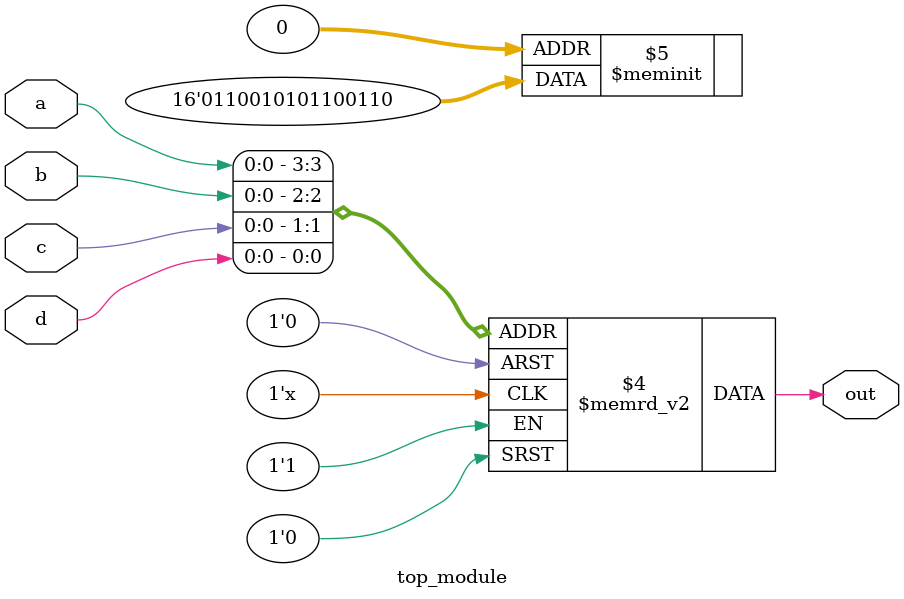
<source format=sv>
module top_module (
	input a, 
	input b,
	input c,
	input d,
	output reg out
);

	always @(a or b or c or d)
	begin
		case ({a,b,c,d})
			4'b0000: out = 0;
			4'b0001: out = 1;
			4'b0011: out = 0;
			4'b0010: out = 1;
			4'b0110: out = 1;
			4'b0111: out = 0;
			4'b0101: out = 1;
			4'b0100: out = 0;
			4'b1100: out = 0;
			4'b1101: out = 1;
			4'b1111: out = 0;
			4'b1110: out = 1;
			4'b1010: out = 1;
			4'b1011: out = 0;
			4'b1001: out = 0;
			4'b1000: out = 1;
			default: out = 0;
		endcase
	end

endmodule

</source>
